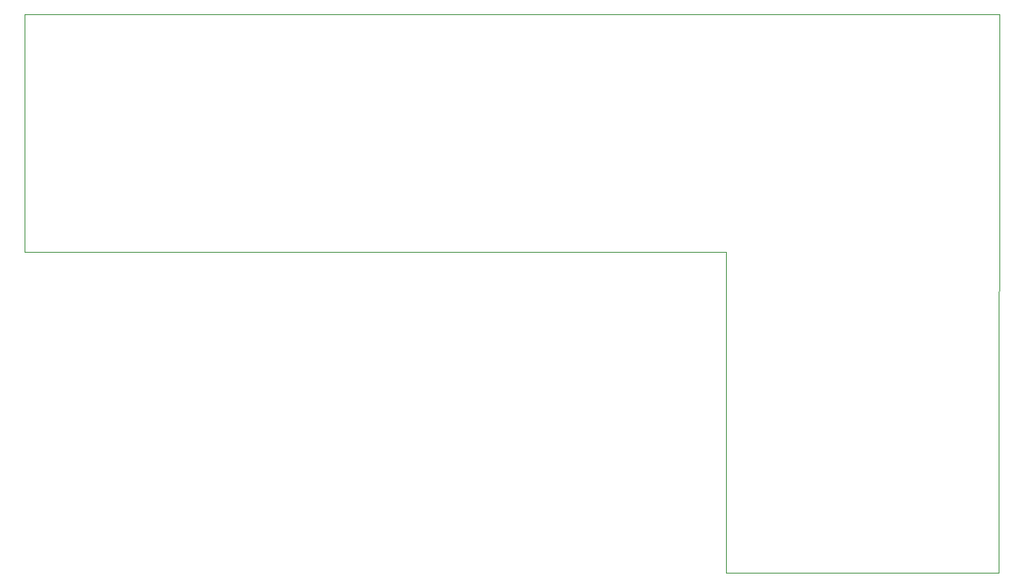
<source format=gbr>
%TF.GenerationSoftware,KiCad,Pcbnew,9.0.2*%
%TF.CreationDate,2025-06-28T02:05:05-07:00*%
%TF.ProjectId,Test,54657374-2e6b-4696-9361-645f70636258,rev?*%
%TF.SameCoordinates,Original*%
%TF.FileFunction,Profile,NP*%
%FSLAX46Y46*%
G04 Gerber Fmt 4.6, Leading zero omitted, Abs format (unit mm)*
G04 Created by KiCad (PCBNEW 9.0.2) date 2025-06-28 02:05:05*
%MOMM*%
%LPD*%
G01*
G04 APERTURE LIST*
%TA.AperFunction,Profile*%
%ADD10C,0.050000*%
%TD*%
G04 APERTURE END LIST*
D10*
X30480000Y-142240000D02*
X30480000Y-116840000D01*
X105410000Y-142240000D02*
X30480000Y-142240000D01*
X105410000Y-176530000D02*
X105410000Y-142240000D01*
X134554000Y-176530000D02*
X105410000Y-176530000D01*
X134620000Y-116840000D02*
X134554000Y-176530000D01*
X30480000Y-116840000D02*
X134620000Y-116840000D01*
M02*

</source>
